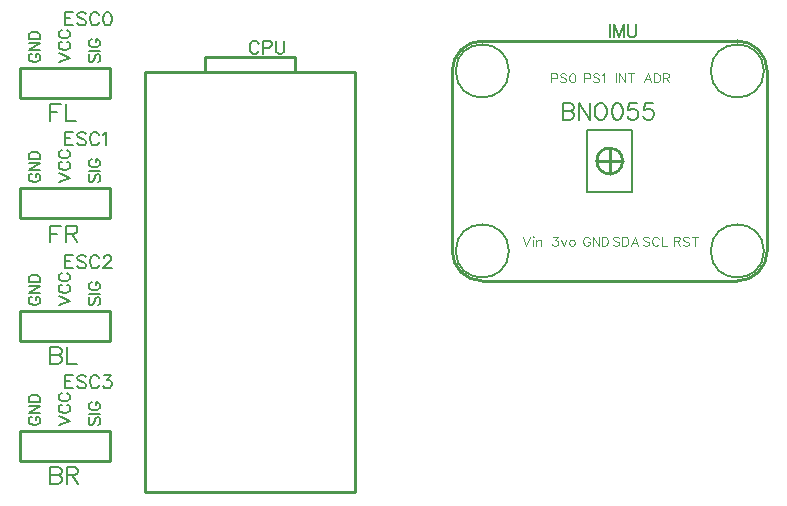
<source format=gto>
G04 Layer: TopSilkLayer*
G04 EasyEDA v6.4.7, 2020-12-21T22:23:32--5:00*
G04 5785efef075e4ba8b8defaa2645dbc96,facf1f7924c443e9b0c18128cc6508d2,10*
G04 Gerber Generator version 0.2*
G04 Scale: 100 percent, Rotated: No, Reflected: No *
G04 Dimensions in millimeters *
G04 leading zeros omitted , absolute positions ,3 integer and 3 decimal *
%FSLAX33Y33*%
%MOMM*%
G90*
D02*

%ADD10C,0.254000*%
%ADD18C,0.127000*%
%ADD19C,0.203200*%
%ADD20C,0.152400*%
%ADD21C,0.097536*%
%ADD22C,0.170688*%

%LPD*%
G54D10*
G01X76467Y38554D02*
G01X76467Y36387D01*
G01X76454Y36375D01*
G01X75364Y37465D02*
G01X77543Y37465D01*
G01X63119Y29845D02*
G01X63119Y45085D01*
G01X87249Y27305D02*
G01X65659Y27305D01*
G01X89789Y45085D02*
G01X89789Y29845D01*
G01X65659Y47625D02*
G01X87249Y47625D01*
G54D18*
G01X74554Y34865D02*
G01X74554Y40064D01*
G01X78353Y40064D01*
G01X78353Y34865D01*
G01X74554Y34865D01*
G54D10*
G01X26543Y14605D02*
G01X34163Y14605D01*
G01X34163Y12065D01*
G01X26543Y12065D01*
G01X26543Y12065D01*
G01X26543Y14605D01*
G01X26543Y24765D02*
G01X34163Y24765D01*
G01X34163Y22225D01*
G01X26543Y22225D01*
G01X26543Y22225D01*
G01X26543Y24765D01*
G01X26543Y35179D02*
G01X34163Y35179D01*
G01X34163Y32639D01*
G01X26543Y32639D01*
G01X26543Y32639D01*
G01X26543Y35179D01*
G01X26543Y45339D02*
G01X34163Y45339D01*
G01X34163Y42799D01*
G01X26543Y42799D01*
G01X26543Y42799D01*
G01X26543Y45339D01*
G01X37084Y44958D02*
G01X37084Y9398D01*
G01X37084Y9398D02*
G01X54864Y9398D01*
G01X54864Y9398D02*
G01X54864Y44958D01*
G01X54864Y44958D02*
G01X37084Y44958D01*
G01X42164Y44958D02*
G01X42164Y46228D01*
G01X42164Y46228D02*
G01X49784Y46228D01*
G01X49784Y46228D02*
G01X49784Y44958D01*
G54D20*
G01X76454Y49032D02*
G01X76454Y47942D01*
G01X76796Y49032D02*
G01X76796Y47942D01*
G01X76796Y49032D02*
G01X77213Y47942D01*
G01X77627Y49032D02*
G01X77213Y47942D01*
G01X77627Y49032D02*
G01X77627Y47942D01*
G01X77970Y49032D02*
G01X77970Y48252D01*
G01X78023Y48097D01*
G01X78127Y47993D01*
G01X78282Y47942D01*
G01X78386Y47942D01*
G01X78541Y47993D01*
G01X78646Y48097D01*
G01X78699Y48252D01*
G01X78699Y49032D01*
G54D21*
G01X79670Y44889D02*
G01X79376Y44112D01*
G01X79670Y44889D02*
G01X79965Y44112D01*
G01X79485Y44371D02*
G01X79856Y44371D01*
G01X80209Y44889D02*
G01X80209Y44112D01*
G01X80209Y44889D02*
G01X80468Y44889D01*
G01X80580Y44851D01*
G01X80653Y44777D01*
G01X80689Y44704D01*
G01X80727Y44594D01*
G01X80727Y44409D01*
G01X80689Y44297D01*
G01X80653Y44223D01*
G01X80580Y44150D01*
G01X80468Y44112D01*
G01X80209Y44112D01*
G01X80971Y44889D02*
G01X80971Y44112D01*
G01X80971Y44889D02*
G01X81304Y44889D01*
G01X81413Y44851D01*
G01X81451Y44815D01*
G01X81489Y44742D01*
G01X81489Y44668D01*
G01X81451Y44594D01*
G01X81413Y44556D01*
G01X81304Y44518D01*
G01X80971Y44518D01*
G01X81230Y44518D02*
G01X81489Y44112D01*
G01X71643Y31046D02*
G01X72049Y31046D01*
G01X71828Y30751D01*
G01X71937Y30751D01*
G01X72011Y30713D01*
G01X72049Y30675D01*
G01X72085Y30566D01*
G01X72085Y30492D01*
G01X72049Y30380D01*
G01X71975Y30307D01*
G01X71864Y30269D01*
G01X71752Y30269D01*
G01X71643Y30307D01*
G01X71605Y30345D01*
G01X71569Y30419D01*
G01X72329Y30787D02*
G01X72552Y30269D01*
G01X72773Y30787D02*
G01X72552Y30269D01*
G01X73202Y30787D02*
G01X73129Y30751D01*
G01X73052Y30675D01*
G01X73017Y30566D01*
G01X73017Y30492D01*
G01X73052Y30380D01*
G01X73129Y30307D01*
G01X73202Y30269D01*
G01X73312Y30269D01*
G01X73385Y30307D01*
G01X73459Y30380D01*
G01X73497Y30492D01*
G01X73497Y30566D01*
G01X73459Y30675D01*
G01X73385Y30751D01*
G01X73312Y30787D01*
G01X73202Y30787D01*
G01X74295Y44889D02*
G01X74295Y44112D01*
G01X74295Y44889D02*
G01X74627Y44889D01*
G01X74739Y44851D01*
G01X74775Y44815D01*
G01X74813Y44742D01*
G01X74813Y44630D01*
G01X74775Y44556D01*
G01X74739Y44518D01*
G01X74627Y44483D01*
G01X74295Y44483D01*
G01X75572Y44777D02*
G01X75498Y44851D01*
G01X75389Y44889D01*
G01X75239Y44889D01*
G01X75130Y44851D01*
G01X75057Y44777D01*
G01X75057Y44704D01*
G01X75092Y44630D01*
G01X75130Y44594D01*
G01X75204Y44556D01*
G01X75425Y44483D01*
G01X75498Y44444D01*
G01X75537Y44409D01*
G01X75572Y44335D01*
G01X75572Y44223D01*
G01X75498Y44150D01*
G01X75389Y44112D01*
G01X75239Y44112D01*
G01X75130Y44150D01*
G01X75057Y44223D01*
G01X75816Y44742D02*
G01X75890Y44777D01*
G01X76001Y44889D01*
G01X76001Y44112D01*
G01X71501Y44889D02*
G01X71501Y44112D01*
G01X71501Y44889D02*
G01X71833Y44889D01*
G01X71945Y44851D01*
G01X71981Y44815D01*
G01X72019Y44742D01*
G01X72019Y44630D01*
G01X71981Y44556D01*
G01X71945Y44518D01*
G01X71833Y44483D01*
G01X71501Y44483D01*
G01X72778Y44777D02*
G01X72704Y44851D01*
G01X72595Y44889D01*
G01X72445Y44889D01*
G01X72336Y44851D01*
G01X72263Y44777D01*
G01X72263Y44704D01*
G01X72298Y44630D01*
G01X72336Y44594D01*
G01X72410Y44556D01*
G01X72631Y44483D01*
G01X72704Y44444D01*
G01X72743Y44409D01*
G01X72778Y44335D01*
G01X72778Y44223D01*
G01X72704Y44150D01*
G01X72595Y44112D01*
G01X72445Y44112D01*
G01X72336Y44150D01*
G01X72263Y44223D01*
G01X73245Y44889D02*
G01X73134Y44851D01*
G01X73060Y44742D01*
G01X73022Y44556D01*
G01X73022Y44444D01*
G01X73060Y44262D01*
G01X73134Y44150D01*
G01X73245Y44112D01*
G01X73319Y44112D01*
G01X73428Y44150D01*
G01X73502Y44262D01*
G01X73540Y44444D01*
G01X73540Y44556D01*
G01X73502Y44742D01*
G01X73428Y44851D01*
G01X73319Y44889D01*
G01X73245Y44889D01*
G01X81869Y31046D02*
G01X81869Y30269D01*
G01X81869Y31046D02*
G01X82202Y31046D01*
G01X82311Y31008D01*
G01X82349Y30972D01*
G01X82384Y30899D01*
G01X82384Y30825D01*
G01X82349Y30751D01*
G01X82311Y30713D01*
G01X82202Y30675D01*
G01X81869Y30675D01*
G01X82128Y30675D02*
G01X82384Y30269D01*
G01X83146Y30934D02*
G01X83073Y31008D01*
G01X82961Y31046D01*
G01X82814Y31046D01*
G01X82704Y31008D01*
G01X82628Y30934D01*
G01X82628Y30861D01*
G01X82666Y30787D01*
G01X82704Y30751D01*
G01X82778Y30713D01*
G01X82999Y30640D01*
G01X83073Y30601D01*
G01X83111Y30566D01*
G01X83146Y30492D01*
G01X83146Y30380D01*
G01X83073Y30307D01*
G01X82961Y30269D01*
G01X82814Y30269D01*
G01X82704Y30307D01*
G01X82628Y30380D01*
G01X83649Y31046D02*
G01X83649Y30269D01*
G01X83390Y31046D02*
G01X83908Y31046D01*
G01X76961Y44889D02*
G01X76961Y44112D01*
G01X77205Y44889D02*
G01X77205Y44112D01*
G01X77205Y44889D02*
G01X77723Y44112D01*
G01X77723Y44889D02*
G01X77723Y44112D01*
G01X78226Y44889D02*
G01X78226Y44112D01*
G01X77967Y44889D02*
G01X78482Y44889D01*
G01X79806Y30934D02*
G01X79733Y31008D01*
G01X79621Y31046D01*
G01X79474Y31046D01*
G01X79362Y31008D01*
G01X79288Y30934D01*
G01X79288Y30861D01*
G01X79326Y30787D01*
G01X79362Y30751D01*
G01X79435Y30713D01*
G01X79656Y30640D01*
G01X79733Y30601D01*
G01X79768Y30566D01*
G01X79806Y30492D01*
G01X79806Y30380D01*
G01X79733Y30307D01*
G01X79621Y30269D01*
G01X79474Y30269D01*
G01X79362Y30307D01*
G01X79288Y30380D01*
G01X80604Y30861D02*
G01X80566Y30934D01*
G01X80492Y31008D01*
G01X80418Y31046D01*
G01X80271Y31046D01*
G01X80197Y31008D01*
G01X80124Y30934D01*
G01X80086Y30861D01*
G01X80050Y30751D01*
G01X80050Y30566D01*
G01X80086Y30454D01*
G01X80124Y30380D01*
G01X80197Y30307D01*
G01X80271Y30269D01*
G01X80418Y30269D01*
G01X80492Y30307D01*
G01X80566Y30380D01*
G01X80604Y30454D01*
G01X80848Y31046D02*
G01X80848Y30269D01*
G01X80848Y30269D02*
G01X81290Y30269D01*
G01X77266Y30934D02*
G01X77193Y31008D01*
G01X77081Y31046D01*
G01X76934Y31046D01*
G01X76822Y31008D01*
G01X76748Y30934D01*
G01X76748Y30861D01*
G01X76786Y30787D01*
G01X76822Y30751D01*
G01X76895Y30713D01*
G01X77116Y30640D01*
G01X77193Y30601D01*
G01X77228Y30566D01*
G01X77266Y30492D01*
G01X77266Y30380D01*
G01X77193Y30307D01*
G01X77081Y30269D01*
G01X76934Y30269D01*
G01X76822Y30307D01*
G01X76748Y30380D01*
G01X77510Y31046D02*
G01X77510Y30269D01*
G01X77510Y31046D02*
G01X77767Y31046D01*
G01X77878Y31008D01*
G01X77952Y30934D01*
G01X77990Y30861D01*
G01X78026Y30751D01*
G01X78026Y30566D01*
G01X77990Y30454D01*
G01X77952Y30380D01*
G01X77878Y30307D01*
G01X77767Y30269D01*
G01X77510Y30269D01*
G01X78567Y31046D02*
G01X78270Y30269D01*
G01X78567Y31046D02*
G01X78861Y30269D01*
G01X78381Y30528D02*
G01X78750Y30528D01*
G01X74762Y30861D02*
G01X74726Y30934D01*
G01X74653Y31008D01*
G01X74576Y31046D01*
G01X74429Y31046D01*
G01X74355Y31008D01*
G01X74282Y30934D01*
G01X74246Y30861D01*
G01X74208Y30751D01*
G01X74208Y30566D01*
G01X74246Y30454D01*
G01X74282Y30380D01*
G01X74355Y30307D01*
G01X74429Y30269D01*
G01X74576Y30269D01*
G01X74653Y30307D01*
G01X74726Y30380D01*
G01X74762Y30454D01*
G01X74762Y30566D01*
G01X74576Y30566D02*
G01X74762Y30566D01*
G01X75006Y31046D02*
G01X75006Y30269D01*
G01X75006Y31046D02*
G01X75524Y30269D01*
G01X75524Y31046D02*
G01X75524Y30269D01*
G01X75768Y31046D02*
G01X75768Y30269D01*
G01X75768Y31046D02*
G01X76027Y31046D01*
G01X76136Y31008D01*
G01X76210Y30934D01*
G01X76248Y30861D01*
G01X76283Y30751D01*
G01X76283Y30566D01*
G01X76248Y30454D01*
G01X76210Y30380D01*
G01X76136Y30307D01*
G01X76027Y30269D01*
G01X75768Y30269D01*
G01X69095Y31046D02*
G01X69390Y30269D01*
G01X69687Y31046D02*
G01X69390Y30269D01*
G01X69931Y31046D02*
G01X69966Y31008D01*
G01X70004Y31046D01*
G01X69966Y31081D01*
G01X69931Y31046D01*
G01X69966Y30787D02*
G01X69966Y30269D01*
G01X70248Y30787D02*
G01X70248Y30269D01*
G01X70248Y30640D02*
G01X70358Y30751D01*
G01X70434Y30787D01*
G01X70543Y30787D01*
G01X70617Y30751D01*
G01X70655Y30640D01*
G01X70655Y30269D01*
G54D22*
G01X72517Y42329D02*
G01X72517Y40971D01*
G01X72517Y42329D02*
G01X73098Y42329D01*
G01X73292Y42264D01*
G01X73357Y42200D01*
G01X73422Y42070D01*
G01X73422Y41941D01*
G01X73357Y41812D01*
G01X73292Y41747D01*
G01X73098Y41682D01*
G01X72517Y41682D02*
G01X73098Y41682D01*
G01X73292Y41618D01*
G01X73357Y41553D01*
G01X73422Y41424D01*
G01X73422Y41230D01*
G01X73357Y41100D01*
G01X73292Y41036D01*
G01X73098Y40971D01*
G01X72517Y40971D01*
G01X73848Y42329D02*
G01X73848Y40971D01*
G01X73848Y42329D02*
G01X74754Y40971D01*
G01X74754Y42329D02*
G01X74754Y40971D01*
G01X75568Y42329D02*
G01X75439Y42264D01*
G01X75310Y42135D01*
G01X75245Y42006D01*
G01X75180Y41812D01*
G01X75180Y41488D01*
G01X75245Y41294D01*
G01X75310Y41165D01*
G01X75439Y41036D01*
G01X75568Y40971D01*
G01X75827Y40971D01*
G01X75956Y41036D01*
G01X76085Y41165D01*
G01X76150Y41294D01*
G01X76215Y41488D01*
G01X76215Y41812D01*
G01X76150Y42006D01*
G01X76085Y42135D01*
G01X75956Y42264D01*
G01X75827Y42329D01*
G01X75568Y42329D01*
G01X77029Y42329D02*
G01X76835Y42264D01*
G01X76706Y42070D01*
G01X76641Y41747D01*
G01X76641Y41553D01*
G01X76706Y41230D01*
G01X76835Y41036D01*
G01X77029Y40971D01*
G01X77159Y40971D01*
G01X77353Y41036D01*
G01X77482Y41230D01*
G01X77547Y41553D01*
G01X77547Y41747D01*
G01X77482Y42070D01*
G01X77353Y42264D01*
G01X77159Y42329D01*
G01X77029Y42329D01*
G01X78749Y42329D02*
G01X78103Y42329D01*
G01X78038Y41747D01*
G01X78103Y41812D01*
G01X78297Y41876D01*
G01X78491Y41876D01*
G01X78685Y41812D01*
G01X78814Y41682D01*
G01X78879Y41488D01*
G01X78879Y41359D01*
G01X78814Y41165D01*
G01X78685Y41036D01*
G01X78491Y40971D01*
G01X78297Y40971D01*
G01X78103Y41036D01*
G01X78038Y41100D01*
G01X77973Y41230D01*
G01X80081Y42329D02*
G01X79435Y42329D01*
G01X79370Y41747D01*
G01X79435Y41812D01*
G01X79629Y41876D01*
G01X79822Y41876D01*
G01X80016Y41812D01*
G01X80146Y41682D01*
G01X80210Y41488D01*
G01X80210Y41359D01*
G01X80146Y41165D01*
G01X80016Y41036D01*
G01X79822Y40971D01*
G01X79629Y40971D01*
G01X79435Y41036D01*
G01X79370Y41100D01*
G01X79305Y41230D01*
G54D20*
G01X30353Y19314D02*
G01X30353Y18224D01*
G01X30353Y19314D02*
G01X31028Y19314D01*
G01X30353Y18796D02*
G01X30769Y18796D01*
G01X30353Y18224D02*
G01X31028Y18224D01*
G01X32097Y19159D02*
G01X31993Y19263D01*
G01X31838Y19314D01*
G01X31630Y19314D01*
G01X31475Y19263D01*
G01X31371Y19159D01*
G01X31371Y19055D01*
G01X31422Y18950D01*
G01X31475Y18897D01*
G01X31579Y18846D01*
G01X31889Y18742D01*
G01X31993Y18691D01*
G01X32047Y18638D01*
G01X32097Y18534D01*
G01X32097Y18379D01*
G01X31993Y18275D01*
G01X31838Y18224D01*
G01X31630Y18224D01*
G01X31475Y18275D01*
G01X31371Y18379D01*
G01X33220Y19055D02*
G01X33169Y19159D01*
G01X33065Y19263D01*
G01X32961Y19314D01*
G01X32753Y19314D01*
G01X32649Y19263D01*
G01X32545Y19159D01*
G01X32494Y19055D01*
G01X32440Y18897D01*
G01X32440Y18638D01*
G01X32494Y18483D01*
G01X32545Y18379D01*
G01X32649Y18275D01*
G01X32753Y18224D01*
G01X32961Y18224D01*
G01X33065Y18275D01*
G01X33169Y18379D01*
G01X33220Y18483D01*
G01X33667Y19314D02*
G01X34239Y19314D01*
G01X33926Y18897D01*
G01X34084Y18897D01*
G01X34188Y18846D01*
G01X34239Y18796D01*
G01X34290Y18638D01*
G01X34290Y18534D01*
G01X34239Y18379D01*
G01X34135Y18275D01*
G01X33980Y18224D01*
G01X33822Y18224D01*
G01X33667Y18275D01*
G01X33616Y18326D01*
G01X33563Y18430D01*
G54D19*
G01X29083Y11546D02*
G01X29083Y10114D01*
G01X29083Y11546D02*
G01X29697Y11546D01*
G01X29900Y11478D01*
G01X29969Y11409D01*
G01X30038Y11275D01*
G01X30038Y11137D01*
G01X29969Y11000D01*
G01X29900Y10932D01*
G01X29697Y10863D01*
G01X29083Y10863D02*
G01X29697Y10863D01*
G01X29900Y10797D01*
G01X29969Y10728D01*
G01X30038Y10591D01*
G01X30038Y10388D01*
G01X29969Y10251D01*
G01X29900Y10182D01*
G01X29697Y10114D01*
G01X29083Y10114D01*
G01X30487Y11546D02*
G01X30487Y10114D01*
G01X30487Y11546D02*
G01X31102Y11546D01*
G01X31305Y11478D01*
G01X31374Y11409D01*
G01X31442Y11275D01*
G01X31442Y11137D01*
G01X31374Y11000D01*
G01X31305Y10932D01*
G01X31102Y10863D01*
G01X30487Y10863D01*
G01X30965Y10863D02*
G01X31442Y10114D01*
G01X27495Y15793D02*
G01X27404Y15750D01*
G01X27312Y15659D01*
G01X27266Y15567D01*
G01X27266Y15384D01*
G01X27312Y15295D01*
G01X27404Y15204D01*
G01X27495Y15158D01*
G01X27630Y15113D01*
G01X27858Y15113D01*
G01X27995Y15158D01*
G01X28084Y15204D01*
G01X28176Y15295D01*
G01X28221Y15384D01*
G01X28221Y15567D01*
G01X28176Y15659D01*
G01X28084Y15750D01*
G01X27995Y15793D01*
G01X27858Y15793D01*
G01X27858Y15567D02*
G01X27858Y15793D01*
G01X27266Y16095D02*
G01X28221Y16095D01*
G01X27266Y16095D02*
G01X28221Y16730D01*
G01X27266Y16730D02*
G01X28221Y16730D01*
G01X27266Y17030D02*
G01X28221Y17030D01*
G01X27266Y17030D02*
G01X27266Y17348D01*
G01X27312Y17485D01*
G01X27404Y17576D01*
G01X27495Y17622D01*
G01X27630Y17668D01*
G01X27858Y17668D01*
G01X27995Y17622D01*
G01X28084Y17576D01*
G01X28176Y17485D01*
G01X28221Y17348D01*
G01X28221Y17030D01*
G01X29806Y15113D02*
G01X30761Y15476D01*
G01X29806Y15839D02*
G01X30761Y15476D01*
G01X30035Y16822D02*
G01X29944Y16776D01*
G01X29852Y16685D01*
G01X29806Y16593D01*
G01X29806Y16413D01*
G01X29852Y16322D01*
G01X29944Y16230D01*
G01X30035Y16184D01*
G01X30170Y16139D01*
G01X30398Y16139D01*
G01X30535Y16184D01*
G01X30624Y16230D01*
G01X30716Y16322D01*
G01X30761Y16413D01*
G01X30761Y16593D01*
G01X30716Y16685D01*
G01X30624Y16776D01*
G01X30535Y16822D01*
G01X30035Y17802D02*
G01X29944Y17759D01*
G01X29852Y17668D01*
G01X29806Y17576D01*
G01X29806Y17393D01*
G01X29852Y17305D01*
G01X29944Y17213D01*
G01X30035Y17167D01*
G01X30170Y17122D01*
G01X30398Y17122D01*
G01X30535Y17167D01*
G01X30624Y17213D01*
G01X30716Y17305D01*
G01X30761Y17393D01*
G01X30761Y17576D01*
G01X30716Y17668D01*
G01X30624Y17759D01*
G01X30535Y17802D01*
G01X32484Y15750D02*
G01X32392Y15659D01*
G01X32346Y15521D01*
G01X32346Y15339D01*
G01X32392Y15204D01*
G01X32484Y15113D01*
G01X32575Y15113D01*
G01X32666Y15158D01*
G01X32710Y15204D01*
G01X32755Y15295D01*
G01X32847Y15567D01*
G01X32893Y15659D01*
G01X32938Y15704D01*
G01X33030Y15750D01*
G01X33164Y15750D01*
G01X33256Y15659D01*
G01X33301Y15521D01*
G01X33301Y15339D01*
G01X33256Y15204D01*
G01X33164Y15113D01*
G01X32346Y16050D02*
G01X33301Y16050D01*
G01X32575Y17030D02*
G01X32484Y16984D01*
G01X32392Y16896D01*
G01X32346Y16804D01*
G01X32346Y16621D01*
G01X32392Y16530D01*
G01X32484Y16441D01*
G01X32575Y16395D01*
G01X32710Y16349D01*
G01X32938Y16349D01*
G01X33075Y16395D01*
G01X33164Y16441D01*
G01X33256Y16530D01*
G01X33301Y16621D01*
G01X33301Y16804D01*
G01X33256Y16896D01*
G01X33164Y16984D01*
G01X33075Y17030D01*
G01X32938Y17030D01*
G01X32938Y16804D02*
G01X32938Y17030D01*
G54D20*
G01X30353Y29474D02*
G01X30353Y28384D01*
G01X30353Y29474D02*
G01X31028Y29474D01*
G01X30353Y28956D02*
G01X30769Y28956D01*
G01X30353Y28384D02*
G01X31028Y28384D01*
G01X32097Y29319D02*
G01X31993Y29423D01*
G01X31838Y29474D01*
G01X31630Y29474D01*
G01X31475Y29423D01*
G01X31371Y29319D01*
G01X31371Y29215D01*
G01X31422Y29110D01*
G01X31475Y29057D01*
G01X31579Y29006D01*
G01X31889Y28902D01*
G01X31993Y28851D01*
G01X32047Y28798D01*
G01X32097Y28694D01*
G01X32097Y28539D01*
G01X31993Y28435D01*
G01X31838Y28384D01*
G01X31630Y28384D01*
G01X31475Y28435D01*
G01X31371Y28539D01*
G01X33220Y29215D02*
G01X33169Y29319D01*
G01X33065Y29423D01*
G01X32961Y29474D01*
G01X32753Y29474D01*
G01X32649Y29423D01*
G01X32545Y29319D01*
G01X32494Y29215D01*
G01X32440Y29057D01*
G01X32440Y28798D01*
G01X32494Y28643D01*
G01X32545Y28539D01*
G01X32649Y28435D01*
G01X32753Y28384D01*
G01X32961Y28384D01*
G01X33065Y28435D01*
G01X33169Y28539D01*
G01X33220Y28643D01*
G01X33616Y29215D02*
G01X33616Y29265D01*
G01X33667Y29370D01*
G01X33718Y29423D01*
G01X33822Y29474D01*
G01X34030Y29474D01*
G01X34135Y29423D01*
G01X34188Y29370D01*
G01X34239Y29265D01*
G01X34239Y29161D01*
G01X34188Y29057D01*
G01X34084Y28902D01*
G01X33563Y28384D01*
G01X34290Y28384D01*
G54D19*
G01X29083Y21706D02*
G01X29083Y20274D01*
G01X29083Y21706D02*
G01X29697Y21706D01*
G01X29900Y21638D01*
G01X29969Y21569D01*
G01X30038Y21435D01*
G01X30038Y21297D01*
G01X29969Y21160D01*
G01X29900Y21092D01*
G01X29697Y21023D01*
G01X29083Y21023D02*
G01X29697Y21023D01*
G01X29900Y20957D01*
G01X29969Y20888D01*
G01X30038Y20751D01*
G01X30038Y20548D01*
G01X29969Y20411D01*
G01X29900Y20342D01*
G01X29697Y20274D01*
G01X29083Y20274D01*
G01X30487Y21706D02*
G01X30487Y20274D01*
G01X30487Y20274D02*
G01X31305Y20274D01*
G01X27495Y25953D02*
G01X27404Y25910D01*
G01X27312Y25819D01*
G01X27266Y25727D01*
G01X27266Y25544D01*
G01X27312Y25455D01*
G01X27404Y25364D01*
G01X27495Y25318D01*
G01X27630Y25273D01*
G01X27858Y25273D01*
G01X27995Y25318D01*
G01X28084Y25364D01*
G01X28176Y25455D01*
G01X28221Y25544D01*
G01X28221Y25727D01*
G01X28176Y25819D01*
G01X28084Y25910D01*
G01X27995Y25953D01*
G01X27858Y25953D01*
G01X27858Y25727D02*
G01X27858Y25953D01*
G01X27266Y26255D02*
G01X28221Y26255D01*
G01X27266Y26255D02*
G01X28221Y26890D01*
G01X27266Y26890D02*
G01X28221Y26890D01*
G01X27266Y27190D02*
G01X28221Y27190D01*
G01X27266Y27190D02*
G01X27266Y27508D01*
G01X27312Y27645D01*
G01X27404Y27736D01*
G01X27495Y27782D01*
G01X27630Y27828D01*
G01X27858Y27828D01*
G01X27995Y27782D01*
G01X28084Y27736D01*
G01X28176Y27645D01*
G01X28221Y27508D01*
G01X28221Y27190D01*
G01X29806Y25273D02*
G01X30761Y25636D01*
G01X29806Y25999D02*
G01X30761Y25636D01*
G01X30035Y26982D02*
G01X29944Y26936D01*
G01X29852Y26845D01*
G01X29806Y26753D01*
G01X29806Y26573D01*
G01X29852Y26482D01*
G01X29944Y26390D01*
G01X30035Y26344D01*
G01X30170Y26299D01*
G01X30398Y26299D01*
G01X30535Y26344D01*
G01X30624Y26390D01*
G01X30716Y26482D01*
G01X30761Y26573D01*
G01X30761Y26753D01*
G01X30716Y26845D01*
G01X30624Y26936D01*
G01X30535Y26982D01*
G01X30035Y27962D02*
G01X29944Y27919D01*
G01X29852Y27828D01*
G01X29806Y27736D01*
G01X29806Y27553D01*
G01X29852Y27465D01*
G01X29944Y27373D01*
G01X30035Y27327D01*
G01X30170Y27282D01*
G01X30398Y27282D01*
G01X30535Y27327D01*
G01X30624Y27373D01*
G01X30716Y27465D01*
G01X30761Y27553D01*
G01X30761Y27736D01*
G01X30716Y27828D01*
G01X30624Y27919D01*
G01X30535Y27962D01*
G01X32484Y25910D02*
G01X32392Y25819D01*
G01X32346Y25681D01*
G01X32346Y25499D01*
G01X32392Y25364D01*
G01X32484Y25273D01*
G01X32575Y25273D01*
G01X32666Y25318D01*
G01X32710Y25364D01*
G01X32755Y25455D01*
G01X32847Y25727D01*
G01X32893Y25819D01*
G01X32938Y25864D01*
G01X33030Y25910D01*
G01X33164Y25910D01*
G01X33256Y25819D01*
G01X33301Y25681D01*
G01X33301Y25499D01*
G01X33256Y25364D01*
G01X33164Y25273D01*
G01X32346Y26210D02*
G01X33301Y26210D01*
G01X32575Y27190D02*
G01X32484Y27144D01*
G01X32392Y27056D01*
G01X32346Y26964D01*
G01X32346Y26781D01*
G01X32392Y26690D01*
G01X32484Y26601D01*
G01X32575Y26555D01*
G01X32710Y26509D01*
G01X32938Y26509D01*
G01X33075Y26555D01*
G01X33164Y26601D01*
G01X33256Y26690D01*
G01X33301Y26781D01*
G01X33301Y26964D01*
G01X33256Y27056D01*
G01X33164Y27144D01*
G01X33075Y27190D01*
G01X32938Y27190D01*
G01X32938Y26964D02*
G01X32938Y27190D01*
G54D20*
G01X30353Y39888D02*
G01X30353Y38798D01*
G01X30353Y39888D02*
G01X31028Y39888D01*
G01X30353Y39370D02*
G01X30769Y39370D01*
G01X30353Y38798D02*
G01X31028Y38798D01*
G01X32097Y39733D02*
G01X31993Y39837D01*
G01X31838Y39888D01*
G01X31630Y39888D01*
G01X31475Y39837D01*
G01X31371Y39733D01*
G01X31371Y39629D01*
G01X31422Y39524D01*
G01X31475Y39471D01*
G01X31579Y39420D01*
G01X31889Y39316D01*
G01X31993Y39265D01*
G01X32047Y39212D01*
G01X32097Y39108D01*
G01X32097Y38953D01*
G01X31993Y38849D01*
G01X31838Y38798D01*
G01X31630Y38798D01*
G01X31475Y38849D01*
G01X31371Y38953D01*
G01X33220Y39629D02*
G01X33169Y39733D01*
G01X33065Y39837D01*
G01X32961Y39888D01*
G01X32753Y39888D01*
G01X32649Y39837D01*
G01X32545Y39733D01*
G01X32494Y39629D01*
G01X32440Y39471D01*
G01X32440Y39212D01*
G01X32494Y39057D01*
G01X32545Y38953D01*
G01X32649Y38849D01*
G01X32753Y38798D01*
G01X32961Y38798D01*
G01X33065Y38849D01*
G01X33169Y38953D01*
G01X33220Y39057D01*
G01X33563Y39679D02*
G01X33667Y39733D01*
G01X33822Y39888D01*
G01X33822Y38798D01*
G54D19*
G01X29083Y31993D02*
G01X29083Y30561D01*
G01X29083Y31993D02*
G01X29969Y31993D01*
G01X29083Y31310D02*
G01X29629Y31310D01*
G01X30419Y31993D02*
G01X30419Y30561D01*
G01X30419Y31993D02*
G01X31033Y31993D01*
G01X31236Y31925D01*
G01X31305Y31856D01*
G01X31374Y31722D01*
G01X31374Y31584D01*
G01X31305Y31447D01*
G01X31236Y31379D01*
G01X31033Y31310D01*
G01X30419Y31310D01*
G01X30896Y31310D02*
G01X31374Y30561D01*
G01X27495Y36367D02*
G01X27404Y36324D01*
G01X27312Y36233D01*
G01X27266Y36141D01*
G01X27266Y35958D01*
G01X27312Y35869D01*
G01X27404Y35778D01*
G01X27495Y35732D01*
G01X27630Y35687D01*
G01X27858Y35687D01*
G01X27995Y35732D01*
G01X28084Y35778D01*
G01X28176Y35869D01*
G01X28221Y35958D01*
G01X28221Y36141D01*
G01X28176Y36233D01*
G01X28084Y36324D01*
G01X27995Y36367D01*
G01X27858Y36367D01*
G01X27858Y36141D02*
G01X27858Y36367D01*
G01X27266Y36669D02*
G01X28221Y36669D01*
G01X27266Y36669D02*
G01X28221Y37304D01*
G01X27266Y37304D02*
G01X28221Y37304D01*
G01X27266Y37604D02*
G01X28221Y37604D01*
G01X27266Y37604D02*
G01X27266Y37922D01*
G01X27312Y38059D01*
G01X27404Y38150D01*
G01X27495Y38196D01*
G01X27630Y38242D01*
G01X27858Y38242D01*
G01X27995Y38196D01*
G01X28084Y38150D01*
G01X28176Y38059D01*
G01X28221Y37922D01*
G01X28221Y37604D01*
G01X29806Y35687D02*
G01X30761Y36050D01*
G01X29806Y36413D02*
G01X30761Y36050D01*
G01X30035Y37396D02*
G01X29944Y37350D01*
G01X29852Y37259D01*
G01X29806Y37167D01*
G01X29806Y36987D01*
G01X29852Y36896D01*
G01X29944Y36804D01*
G01X30035Y36758D01*
G01X30170Y36713D01*
G01X30398Y36713D01*
G01X30535Y36758D01*
G01X30624Y36804D01*
G01X30716Y36896D01*
G01X30761Y36987D01*
G01X30761Y37167D01*
G01X30716Y37259D01*
G01X30624Y37350D01*
G01X30535Y37396D01*
G01X30035Y38376D02*
G01X29944Y38333D01*
G01X29852Y38242D01*
G01X29806Y38150D01*
G01X29806Y37967D01*
G01X29852Y37879D01*
G01X29944Y37787D01*
G01X30035Y37741D01*
G01X30170Y37696D01*
G01X30398Y37696D01*
G01X30535Y37741D01*
G01X30624Y37787D01*
G01X30716Y37879D01*
G01X30761Y37967D01*
G01X30761Y38150D01*
G01X30716Y38242D01*
G01X30624Y38333D01*
G01X30535Y38376D01*
G01X32484Y36324D02*
G01X32392Y36233D01*
G01X32346Y36095D01*
G01X32346Y35913D01*
G01X32392Y35778D01*
G01X32484Y35687D01*
G01X32575Y35687D01*
G01X32666Y35732D01*
G01X32710Y35778D01*
G01X32755Y35869D01*
G01X32847Y36141D01*
G01X32893Y36233D01*
G01X32938Y36278D01*
G01X33030Y36324D01*
G01X33164Y36324D01*
G01X33256Y36233D01*
G01X33301Y36095D01*
G01X33301Y35913D01*
G01X33256Y35778D01*
G01X33164Y35687D01*
G01X32346Y36624D02*
G01X33301Y36624D01*
G01X32575Y37604D02*
G01X32484Y37558D01*
G01X32392Y37470D01*
G01X32346Y37378D01*
G01X32346Y37195D01*
G01X32392Y37104D01*
G01X32484Y37015D01*
G01X32575Y36969D01*
G01X32710Y36923D01*
G01X32938Y36923D01*
G01X33075Y36969D01*
G01X33164Y37015D01*
G01X33256Y37104D01*
G01X33301Y37195D01*
G01X33301Y37378D01*
G01X33256Y37470D01*
G01X33164Y37558D01*
G01X33075Y37604D01*
G01X32938Y37604D01*
G01X32938Y37378D02*
G01X32938Y37604D01*
G54D20*
G01X30353Y50048D02*
G01X30353Y48958D01*
G01X30353Y50048D02*
G01X31028Y50048D01*
G01X30353Y49530D02*
G01X30769Y49530D01*
G01X30353Y48958D02*
G01X31028Y48958D01*
G01X32097Y49893D02*
G01X31993Y49997D01*
G01X31838Y50048D01*
G01X31630Y50048D01*
G01X31475Y49997D01*
G01X31371Y49893D01*
G01X31371Y49789D01*
G01X31422Y49684D01*
G01X31475Y49631D01*
G01X31579Y49580D01*
G01X31889Y49476D01*
G01X31993Y49425D01*
G01X32047Y49372D01*
G01X32097Y49268D01*
G01X32097Y49113D01*
G01X31993Y49009D01*
G01X31838Y48958D01*
G01X31630Y48958D01*
G01X31475Y49009D01*
G01X31371Y49113D01*
G01X33220Y49789D02*
G01X33169Y49893D01*
G01X33065Y49997D01*
G01X32961Y50048D01*
G01X32753Y50048D01*
G01X32649Y49997D01*
G01X32545Y49893D01*
G01X32494Y49789D01*
G01X32440Y49631D01*
G01X32440Y49372D01*
G01X32494Y49217D01*
G01X32545Y49113D01*
G01X32649Y49009D01*
G01X32753Y48958D01*
G01X32961Y48958D01*
G01X33065Y49009D01*
G01X33169Y49113D01*
G01X33220Y49217D01*
G01X33875Y50048D02*
G01X33718Y49997D01*
G01X33616Y49839D01*
G01X33563Y49580D01*
G01X33563Y49425D01*
G01X33616Y49164D01*
G01X33718Y49009D01*
G01X33875Y48958D01*
G01X33980Y48958D01*
G01X34135Y49009D01*
G01X34239Y49164D01*
G01X34290Y49425D01*
G01X34290Y49580D01*
G01X34239Y49839D01*
G01X34135Y49997D01*
G01X33980Y50048D01*
G01X33875Y50048D01*
G54D19*
G01X29083Y42280D02*
G01X29083Y40848D01*
G01X29083Y42280D02*
G01X29969Y42280D01*
G01X29083Y41597D02*
G01X29629Y41597D01*
G01X30419Y42280D02*
G01X30419Y40848D01*
G01X30419Y40848D02*
G01X31236Y40848D01*
G01X27495Y46527D02*
G01X27404Y46484D01*
G01X27312Y46393D01*
G01X27266Y46301D01*
G01X27266Y46118D01*
G01X27312Y46029D01*
G01X27404Y45938D01*
G01X27495Y45892D01*
G01X27630Y45847D01*
G01X27858Y45847D01*
G01X27995Y45892D01*
G01X28084Y45938D01*
G01X28176Y46029D01*
G01X28221Y46118D01*
G01X28221Y46301D01*
G01X28176Y46393D01*
G01X28084Y46484D01*
G01X27995Y46527D01*
G01X27858Y46527D01*
G01X27858Y46301D02*
G01X27858Y46527D01*
G01X27266Y46829D02*
G01X28221Y46829D01*
G01X27266Y46829D02*
G01X28221Y47464D01*
G01X27266Y47464D02*
G01X28221Y47464D01*
G01X27266Y47764D02*
G01X28221Y47764D01*
G01X27266Y47764D02*
G01X27266Y48082D01*
G01X27312Y48219D01*
G01X27404Y48310D01*
G01X27495Y48356D01*
G01X27630Y48402D01*
G01X27858Y48402D01*
G01X27995Y48356D01*
G01X28084Y48310D01*
G01X28176Y48219D01*
G01X28221Y48082D01*
G01X28221Y47764D01*
G01X29806Y45847D02*
G01X30761Y46210D01*
G01X29806Y46573D02*
G01X30761Y46210D01*
G01X30035Y47556D02*
G01X29944Y47510D01*
G01X29852Y47419D01*
G01X29806Y47327D01*
G01X29806Y47147D01*
G01X29852Y47056D01*
G01X29944Y46964D01*
G01X30035Y46918D01*
G01X30170Y46873D01*
G01X30398Y46873D01*
G01X30535Y46918D01*
G01X30624Y46964D01*
G01X30716Y47056D01*
G01X30761Y47147D01*
G01X30761Y47327D01*
G01X30716Y47419D01*
G01X30624Y47510D01*
G01X30535Y47556D01*
G01X30035Y48536D02*
G01X29944Y48493D01*
G01X29852Y48402D01*
G01X29806Y48310D01*
G01X29806Y48127D01*
G01X29852Y48039D01*
G01X29944Y47947D01*
G01X30035Y47901D01*
G01X30170Y47856D01*
G01X30398Y47856D01*
G01X30535Y47901D01*
G01X30624Y47947D01*
G01X30716Y48039D01*
G01X30761Y48127D01*
G01X30761Y48310D01*
G01X30716Y48402D01*
G01X30624Y48493D01*
G01X30535Y48536D01*
G01X32484Y46484D02*
G01X32392Y46393D01*
G01X32346Y46255D01*
G01X32346Y46073D01*
G01X32392Y45938D01*
G01X32484Y45847D01*
G01X32575Y45847D01*
G01X32666Y45892D01*
G01X32710Y45938D01*
G01X32755Y46029D01*
G01X32847Y46301D01*
G01X32893Y46393D01*
G01X32938Y46438D01*
G01X33030Y46484D01*
G01X33164Y46484D01*
G01X33256Y46393D01*
G01X33301Y46255D01*
G01X33301Y46073D01*
G01X33256Y45938D01*
G01X33164Y45847D01*
G01X32346Y46784D02*
G01X33301Y46784D01*
G01X32575Y47764D02*
G01X32484Y47718D01*
G01X32392Y47630D01*
G01X32346Y47538D01*
G01X32346Y47355D01*
G01X32392Y47264D01*
G01X32484Y47175D01*
G01X32575Y47129D01*
G01X32710Y47083D01*
G01X32938Y47083D01*
G01X33075Y47129D01*
G01X33164Y47175D01*
G01X33256Y47264D01*
G01X33301Y47355D01*
G01X33301Y47538D01*
G01X33256Y47630D01*
G01X33164Y47718D01*
G01X33075Y47764D01*
G01X32938Y47764D01*
G01X32938Y47538D02*
G01X32938Y47764D01*
G54D20*
G01X46753Y47376D02*
G01X46700Y47480D01*
G01X46596Y47584D01*
G01X46494Y47635D01*
G01X46286Y47635D01*
G01X46182Y47584D01*
G01X46078Y47480D01*
G01X46024Y47376D01*
G01X45974Y47218D01*
G01X45974Y46959D01*
G01X46024Y46804D01*
G01X46078Y46700D01*
G01X46182Y46596D01*
G01X46286Y46545D01*
G01X46494Y46545D01*
G01X46596Y46596D01*
G01X46700Y46700D01*
G01X46753Y46804D01*
G01X47096Y47635D02*
G01X47096Y46545D01*
G01X47096Y47635D02*
G01X47564Y47635D01*
G01X47718Y47584D01*
G01X47772Y47531D01*
G01X47823Y47426D01*
G01X47823Y47271D01*
G01X47772Y47167D01*
G01X47718Y47117D01*
G01X47564Y47063D01*
G01X47096Y47063D01*
G01X48166Y47635D02*
G01X48166Y46855D01*
G01X48219Y46700D01*
G01X48323Y46596D01*
G01X48478Y46545D01*
G01X48582Y46545D01*
G01X48737Y46596D01*
G01X48841Y46700D01*
G01X48895Y46855D01*
G01X48895Y47635D01*
G54D10*
G75*
G01X63119Y45085D02*
G02X65659Y47625I2540J0D01*
G01*
G75*
G01X65659Y27305D02*
G02X63119Y29845I0J2540D01*
G01*
G75*
G01X89789Y29845D02*
G02X87249Y27305I-2540J0D01*
G01*
G75*
G01X87249Y47625D02*
G02X89789Y45085I0J-2540D01*
G01*
G54D19*
G75*
G01X67909Y45085D02*
G03X67909Y45079I-2250J-3D01*
G01*
G75*
G01X67909Y29845D02*
G03X67909Y29839I-2250J-3D01*
G01*
G75*
G01X89499Y45085D02*
G03X89499Y45079I-2250J-3D01*
G01*
G75*
G01X89499Y29845D02*
G03X89499Y29839I-2250J-3D01*
G01*
G54D10*
G75*
G01X77544Y37465D02*
G03X77544Y37465I-1090J0D01*
G01*
M00*
M02*

</source>
